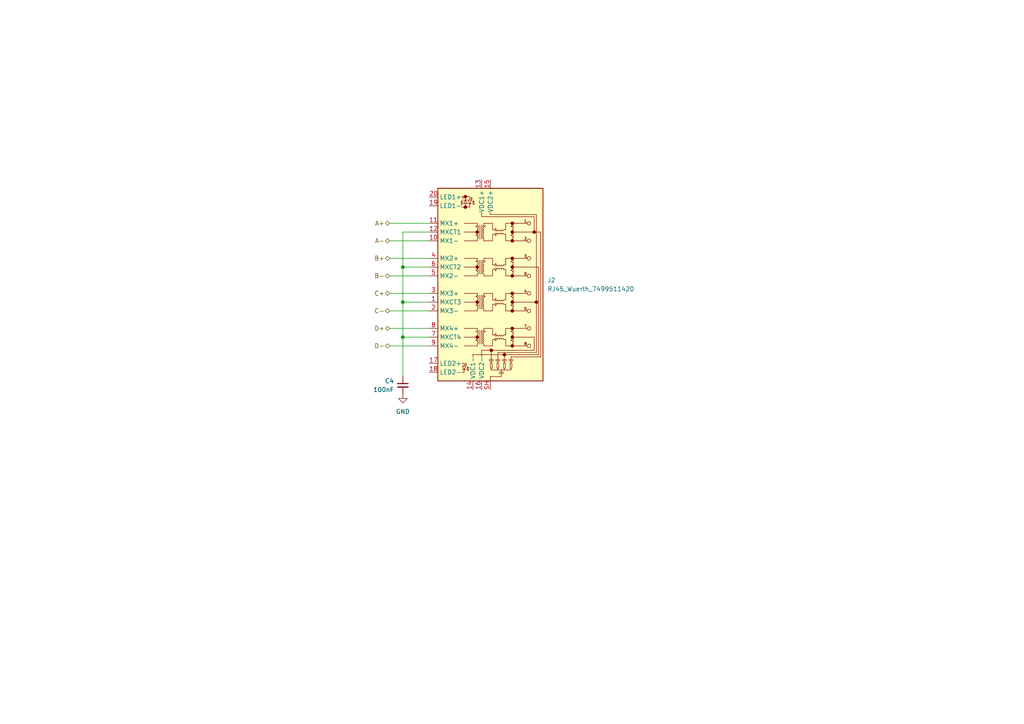
<source format=kicad_sch>
(kicad_sch
	(version 20250114)
	(generator "eeschema")
	(generator_version "9.0")
	(uuid "d43324ab-b4fa-4aad-9b16-76f1899e1be0")
	(paper "A4")
	(lib_symbols
		(symbol "Device:C_Small"
			(pin_numbers
				(hide yes)
			)
			(pin_names
				(offset 0.254)
				(hide yes)
			)
			(exclude_from_sim no)
			(in_bom yes)
			(on_board yes)
			(property "Reference" "C"
				(at 0.254 1.778 0)
				(effects
					(font
						(size 1.27 1.27)
					)
					(justify left)
				)
			)
			(property "Value" "C_Small"
				(at 0.254 -2.032 0)
				(effects
					(font
						(size 1.27 1.27)
					)
					(justify left)
				)
			)
			(property "Footprint" ""
				(at 0 0 0)
				(effects
					(font
						(size 1.27 1.27)
					)
					(hide yes)
				)
			)
			(property "Datasheet" "~"
				(at 0 0 0)
				(effects
					(font
						(size 1.27 1.27)
					)
					(hide yes)
				)
			)
			(property "Description" "Unpolarized capacitor, small symbol"
				(at 0 0 0)
				(effects
					(font
						(size 1.27 1.27)
					)
					(hide yes)
				)
			)
			(property "ki_keywords" "capacitor cap"
				(at 0 0 0)
				(effects
					(font
						(size 1.27 1.27)
					)
					(hide yes)
				)
			)
			(property "ki_fp_filters" "C_*"
				(at 0 0 0)
				(effects
					(font
						(size 1.27 1.27)
					)
					(hide yes)
				)
			)
			(symbol "C_Small_0_1"
				(polyline
					(pts
						(xy -1.524 0.508) (xy 1.524 0.508)
					)
					(stroke
						(width 0.3048)
						(type default)
					)
					(fill
						(type none)
					)
				)
				(polyline
					(pts
						(xy -1.524 -0.508) (xy 1.524 -0.508)
					)
					(stroke
						(width 0.3302)
						(type default)
					)
					(fill
						(type none)
					)
				)
			)
			(symbol "C_Small_1_1"
				(pin passive line
					(at 0 2.54 270)
					(length 2.032)
					(name "~"
						(effects
							(font
								(size 1.27 1.27)
							)
						)
					)
					(number "1"
						(effects
							(font
								(size 1.27 1.27)
							)
						)
					)
				)
				(pin passive line
					(at 0 -2.54 90)
					(length 2.032)
					(name "~"
						(effects
							(font
								(size 1.27 1.27)
							)
						)
					)
					(number "2"
						(effects
							(font
								(size 1.27 1.27)
							)
						)
					)
				)
			)
			(embedded_fonts no)
		)
		(symbol "Library:RJ45_Wuerth_7499511420"
			(exclude_from_sim no)
			(in_bom yes)
			(on_board yes)
			(property "Reference" "J"
				(at -15.24 29.21 0)
				(effects
					(font
						(size 1.27 1.27)
					)
					(justify left)
				)
			)
			(property "Value" "RJ45_Wuerth_7499511420"
				(at 14.732 29.21 0)
				(effects
					(font
						(size 1.27 1.27)
					)
				)
			)
			(property "Footprint" "Library:RJ45_Wuerth_7499511420"
				(at -0.127 -32.893 0)
				(effects
					(font
						(size 1.27 1.27)
					)
					(hide yes)
				)
			)
			(property "Datasheet" "https://www.we-online.com/components/products/datasheet/7499511420.pdf"
				(at 0 -35.56 0)
				(effects
					(font
						(size 1.27 1.27)
					)
					(hide yes)
				)
			)
			(property "Description" "WE-RJ45LAN"
				(at 0 0 0)
				(effects
					(font
						(size 1.27 1.27)
					)
					(hide yes)
				)
			)
			(property "ki_keywords" "8P8C RJ socket jack connector POE"
				(at 0 0 0)
				(effects
					(font
						(size 1.27 1.27)
					)
					(hide yes)
				)
			)
			(property "ki_fp_filters" "RJ45*Pulse*JK00177NL*"
				(at 0 0 0)
				(effects
					(font
						(size 1.27 1.27)
					)
					(hide yes)
				)
			)
			(symbol "RJ45_Wuerth_7499511420_0_0"
				(circle
					(center -7.239 25.527)
					(radius 0.0001)
					(stroke
						(width 0.508)
						(type default)
					)
					(fill
						(type none)
					)
				)
				(circle
					(center -7.239 22.479)
					(radius 0.0001)
					(stroke
						(width 0.508)
						(type default)
					)
					(fill
						(type none)
					)
				)
				(circle
					(center -3.81 15.24)
					(radius 0.0001)
					(stroke
						(width 0.508)
						(type default)
					)
					(fill
						(type none)
					)
				)
				(circle
					(center -3.81 5.08)
					(radius 0.0001)
					(stroke
						(width 0.508)
						(type default)
					)
					(fill
						(type none)
					)
				)
				(circle
					(center -3.81 -5.08)
					(radius 0.0001)
					(stroke
						(width 0.508)
						(type default)
					)
					(fill
						(type none)
					)
				)
				(circle
					(center -3.81 -15.24)
					(radius 0.0001)
					(stroke
						(width 0.508)
						(type default)
					)
					(fill
						(type none)
					)
				)
				(circle
					(center 0.254 -19.05)
					(radius 0.0001)
					(stroke
						(width 0.508)
						(type default)
					)
					(fill
						(type none)
					)
				)
				(circle
					(center 4.064 -20.32)
					(radius 0.0001)
					(stroke
						(width 0.508)
						(type default)
					)
					(fill
						(type none)
					)
				)
				(circle
					(center 6.35 17.78)
					(radius 0.0001)
					(stroke
						(width 0.508)
						(type default)
					)
					(fill
						(type none)
					)
				)
				(circle
					(center 6.35 15.24)
					(radius 0.0001)
					(stroke
						(width 0.508)
						(type default)
					)
					(fill
						(type none)
					)
				)
				(circle
					(center 6.35 12.7)
					(radius 0.0001)
					(stroke
						(width 0.508)
						(type default)
					)
					(fill
						(type none)
					)
				)
				(circle
					(center 6.35 7.62)
					(radius 0.0001)
					(stroke
						(width 0.508)
						(type default)
					)
					(fill
						(type none)
					)
				)
				(circle
					(center 6.35 5.08)
					(radius 0.0001)
					(stroke
						(width 0.508)
						(type default)
					)
					(fill
						(type none)
					)
				)
				(circle
					(center 6.35 2.54)
					(radius 0.0001)
					(stroke
						(width 0.508)
						(type default)
					)
					(fill
						(type none)
					)
				)
				(circle
					(center 6.35 -2.54)
					(radius 0.0001)
					(stroke
						(width 0.508)
						(type default)
					)
					(fill
						(type none)
					)
				)
				(circle
					(center 6.35 -5.08)
					(radius 0.0001)
					(stroke
						(width 0.508)
						(type default)
					)
					(fill
						(type none)
					)
				)
				(circle
					(center 6.35 -7.62)
					(radius 0.0001)
					(stroke
						(width 0.508)
						(type default)
					)
					(fill
						(type none)
					)
				)
				(circle
					(center 6.35 -12.7)
					(radius 0.0001)
					(stroke
						(width 0.508)
						(type default)
					)
					(fill
						(type none)
					)
				)
				(circle
					(center 6.35 -15.24)
					(radius 0.0001)
					(stroke
						(width 0.508)
						(type default)
					)
					(fill
						(type none)
					)
				)
				(circle
					(center 6.35 -17.78)
					(radius 0.0001)
					(stroke
						(width 0.508)
						(type default)
					)
					(fill
						(type none)
					)
				)
				(circle
					(center 12.7 15.24)
					(radius 0.0001)
					(stroke
						(width 0.508)
						(type default)
					)
					(fill
						(type none)
					)
				)
				(circle
					(center 13.335 -5.08)
					(radius 0.0001)
					(stroke
						(width 0.508)
						(type default)
					)
					(fill
						(type none)
					)
				)
				(text "Y"
					(at -8.001 25.019 0)
					(effects
						(font
							(size 0.508 0.508)
						)
					)
				)
				(text ""
					(at -7.874 24.892 900)
					(effects
						(font
							(size 1.27 1.27)
						)
					)
				)
				(text "G"
					(at -7.112 -23.114 0)
					(effects
						(font
							(size 0.508 0.508)
						)
					)
				)
				(text "G"
					(at -5.461 25.019 0)
					(effects
						(font
							(size 0.508 0.508)
						)
					)
				)
				(text "1"
					(at 10.16 18.415 0)
					(effects
						(font
							(size 0.762 0.762)
						)
					)
				)
				(text "2"
					(at 10.16 13.335 0)
					(effects
						(font
							(size 0.762 0.762)
						)
					)
				)
				(text "3"
					(at 10.16 8.255 0)
					(effects
						(font
							(size 0.762 0.762)
						)
					)
				)
				(text "6"
					(at 10.16 3.175 0)
					(effects
						(font
							(size 0.762 0.762)
						)
					)
				)
				(text "4"
					(at 10.16 -1.905 0)
					(effects
						(font
							(size 0.762 0.762)
						)
					)
				)
				(text "5"
					(at 10.16 -6.985 0)
					(effects
						(font
							(size 0.762 0.762)
						)
					)
				)
				(text "7"
					(at 10.16 -12.065 0)
					(effects
						(font
							(size 0.762 0.762)
						)
					)
				)
				(text "8"
					(at 10.16 -17.145 0)
					(effects
						(font
							(size 0.762 0.762)
						)
					)
				)
			)
			(symbol "RJ45_Wuerth_7499511420_0_1"
				(rectangle
					(start -15.24 27.94)
					(end 15.24 -27.94)
					(stroke
						(width 0.254)
						(type default)
					)
					(fill
						(type background)
					)
				)
				(polyline
					(pts
						(xy -7.62 17.78) (xy -3.81 17.78)
					)
					(stroke
						(width 0)
						(type default)
					)
					(fill
						(type none)
					)
				)
				(polyline
					(pts
						(xy -7.62 15.24) (xy -6.35 15.24)
					)
					(stroke
						(width 0)
						(type default)
					)
					(fill
						(type none)
					)
				)
				(polyline
					(pts
						(xy -7.62 12.7) (xy -3.81 12.7)
					)
					(stroke
						(width 0)
						(type default)
					)
					(fill
						(type none)
					)
				)
				(polyline
					(pts
						(xy -7.62 7.62) (xy -3.81 7.62)
					)
					(stroke
						(width 0)
						(type default)
					)
					(fill
						(type none)
					)
				)
				(polyline
					(pts
						(xy -7.62 5.08) (xy -6.35 5.08)
					)
					(stroke
						(width 0)
						(type default)
					)
					(fill
						(type none)
					)
				)
				(polyline
					(pts
						(xy -7.62 2.54) (xy -3.81 2.54)
					)
					(stroke
						(width 0)
						(type default)
					)
					(fill
						(type none)
					)
				)
				(polyline
					(pts
						(xy -7.62 -2.54) (xy -3.81 -2.54)
					)
					(stroke
						(width 0)
						(type default)
					)
					(fill
						(type none)
					)
				)
				(polyline
					(pts
						(xy -7.62 -5.08) (xy -6.35 -5.08)
					)
					(stroke
						(width 0)
						(type default)
					)
					(fill
						(type none)
					)
				)
				(polyline
					(pts
						(xy -7.62 -7.62) (xy -3.81 -7.62)
					)
					(stroke
						(width 0)
						(type default)
					)
					(fill
						(type none)
					)
				)
				(polyline
					(pts
						(xy -7.62 -12.7) (xy -3.81 -12.7)
					)
					(stroke
						(width 0)
						(type default)
					)
					(fill
						(type none)
					)
				)
				(polyline
					(pts
						(xy -7.62 -15.24) (xy -6.35 -15.24)
					)
					(stroke
						(width 0)
						(type default)
					)
					(fill
						(type none)
					)
				)
				(polyline
					(pts
						(xy -7.62 -17.78) (xy -3.81 -17.78)
					)
					(stroke
						(width 0)
						(type default)
					)
					(fill
						(type none)
					)
				)
				(polyline
					(pts
						(xy -6.35 15.24) (xy -3.81 15.24)
					)
					(stroke
						(width 0)
						(type default)
					)
					(fill
						(type none)
					)
				)
				(polyline
					(pts
						(xy -6.35 5.08) (xy -3.81 5.08)
					)
					(stroke
						(width 0)
						(type default)
					)
					(fill
						(type none)
					)
				)
				(polyline
					(pts
						(xy -6.35 -5.08) (xy -3.81 -5.08)
					)
					(stroke
						(width 0)
						(type default)
					)
					(fill
						(type none)
					)
				)
				(polyline
					(pts
						(xy -6.35 -15.24) (xy -3.81 -15.24)
					)
					(stroke
						(width 0)
						(type default)
					)
					(fill
						(type none)
					)
				)
				(circle
					(center -4.064 16.891)
					(radius 0.127)
					(stroke
						(width 0)
						(type default)
					)
					(fill
						(type outline)
					)
				)
				(circle
					(center -4.064 14.351)
					(radius 0.127)
					(stroke
						(width 0)
						(type default)
					)
					(fill
						(type outline)
					)
				)
				(circle
					(center -4.064 6.731)
					(radius 0.127)
					(stroke
						(width 0)
						(type default)
					)
					(fill
						(type outline)
					)
				)
				(circle
					(center -4.064 4.191)
					(radius 0.127)
					(stroke
						(width 0)
						(type default)
					)
					(fill
						(type outline)
					)
				)
				(circle
					(center -4.064 -3.429)
					(radius 0.127)
					(stroke
						(width 0)
						(type default)
					)
					(fill
						(type outline)
					)
				)
				(circle
					(center -4.064 -5.969)
					(radius 0.127)
					(stroke
						(width 0)
						(type default)
					)
					(fill
						(type outline)
					)
				)
				(circle
					(center -4.064 -13.589)
					(radius 0.127)
					(stroke
						(width 0)
						(type default)
					)
					(fill
						(type outline)
					)
				)
				(circle
					(center -4.064 -16.129)
					(radius 0.127)
					(stroke
						(width 0)
						(type default)
					)
					(fill
						(type outline)
					)
				)
				(arc
					(start -3.81 17.145)
					(mid -3.5049 16.8275)
					(end -3.81 16.51)
					(stroke
						(width 0)
						(type default)
					)
					(fill
						(type none)
					)
				)
				(arc
					(start -3.81 16.51)
					(mid -3.5049 16.1925)
					(end -3.81 15.875)
					(stroke
						(width 0)
						(type default)
					)
					(fill
						(type none)
					)
				)
				(arc
					(start -3.81 14.605)
					(mid -3.5049 14.2875)
					(end -3.81 13.97)
					(stroke
						(width 0)
						(type default)
					)
					(fill
						(type none)
					)
				)
				(arc
					(start -3.81 13.97)
					(mid -3.5049 13.6525)
					(end -3.81 13.335)
					(stroke
						(width 0)
						(type default)
					)
					(fill
						(type none)
					)
				)
				(arc
					(start -3.81 6.985)
					(mid -3.5049 6.6675)
					(end -3.81 6.35)
					(stroke
						(width 0)
						(type default)
					)
					(fill
						(type none)
					)
				)
				(arc
					(start -3.81 6.35)
					(mid -3.5049 6.0325)
					(end -3.81 5.715)
					(stroke
						(width 0)
						(type default)
					)
					(fill
						(type none)
					)
				)
				(arc
					(start -3.81 4.445)
					(mid -3.5049 4.1275)
					(end -3.81 3.81)
					(stroke
						(width 0)
						(type default)
					)
					(fill
						(type none)
					)
				)
				(arc
					(start -3.81 3.81)
					(mid -3.5049 3.4925)
					(end -3.81 3.175)
					(stroke
						(width 0)
						(type default)
					)
					(fill
						(type none)
					)
				)
				(arc
					(start -3.81 -3.175)
					(mid -3.5049 -3.4925)
					(end -3.81 -3.81)
					(stroke
						(width 0)
						(type default)
					)
					(fill
						(type none)
					)
				)
				(arc
					(start -3.81 -3.81)
					(mid -3.5049 -4.1275)
					(end -3.81 -4.445)
					(stroke
						(width 0)
						(type default)
					)
					(fill
						(type none)
					)
				)
				(arc
					(start -3.81 -5.715)
					(mid -3.5049 -6.0325)
					(end -3.81 -6.35)
					(stroke
						(width 0)
						(type default)
					)
					(fill
						(type none)
					)
				)
				(arc
					(start -3.81 -6.35)
					(mid -3.5049 -6.6675)
					(end -3.81 -6.985)
					(stroke
						(width 0)
						(type default)
					)
					(fill
						(type none)
					)
				)
				(arc
					(start -3.81 -13.335)
					(mid -3.5049 -13.6525)
					(end -3.81 -13.97)
					(stroke
						(width 0)
						(type default)
					)
					(fill
						(type none)
					)
				)
				(arc
					(start -3.81 -13.97)
					(mid -3.5049 -14.2875)
					(end -3.81 -14.605)
					(stroke
						(width 0)
						(type default)
					)
					(fill
						(type none)
					)
				)
				(arc
					(start -3.81 -15.875)
					(mid -3.5049 -16.1925)
					(end -3.81 -16.51)
					(stroke
						(width 0)
						(type default)
					)
					(fill
						(type none)
					)
				)
				(arc
					(start -3.81 -16.51)
					(mid -3.5049 -16.8275)
					(end -3.81 -17.145)
					(stroke
						(width 0)
						(type default)
					)
					(fill
						(type none)
					)
				)
				(polyline
					(pts
						(xy -3.81 17.78) (xy -3.81 17.145)
					)
					(stroke
						(width 0)
						(type default)
					)
					(fill
						(type none)
					)
				)
				(polyline
					(pts
						(xy -3.81 15.24) (xy -3.81 15.875)
					)
					(stroke
						(width 0)
						(type default)
					)
					(fill
						(type none)
					)
				)
				(polyline
					(pts
						(xy -3.81 15.24) (xy -3.81 14.605)
					)
					(stroke
						(width 0)
						(type default)
					)
					(fill
						(type none)
					)
				)
				(polyline
					(pts
						(xy -3.81 12.7) (xy -3.81 13.335)
					)
					(stroke
						(width 0)
						(type default)
					)
					(fill
						(type none)
					)
				)
				(polyline
					(pts
						(xy -3.81 7.62) (xy -3.81 6.985)
					)
					(stroke
						(width 0)
						(type default)
					)
					(fill
						(type none)
					)
				)
				(polyline
					(pts
						(xy -3.81 5.08) (xy -3.81 5.715)
					)
					(stroke
						(width 0)
						(type default)
					)
					(fill
						(type none)
					)
				)
				(polyline
					(pts
						(xy -3.81 5.08) (xy -3.81 4.445)
					)
					(stroke
						(width 0)
						(type default)
					)
					(fill
						(type none)
					)
				)
				(polyline
					(pts
						(xy -3.81 2.54) (xy -3.81 3.175)
					)
					(stroke
						(width 0)
						(type default)
					)
					(fill
						(type none)
					)
				)
				(polyline
					(pts
						(xy -3.81 -2.54) (xy -3.81 -3.175)
					)
					(stroke
						(width 0)
						(type default)
					)
					(fill
						(type none)
					)
				)
				(polyline
					(pts
						(xy -3.81 -5.08) (xy -3.81 -4.445)
					)
					(stroke
						(width 0)
						(type default)
					)
					(fill
						(type none)
					)
				)
				(polyline
					(pts
						(xy -3.81 -5.08) (xy -3.81 -5.715)
					)
					(stroke
						(width 0)
						(type default)
					)
					(fill
						(type none)
					)
				)
				(polyline
					(pts
						(xy -3.81 -7.62) (xy -3.81 -6.985)
					)
					(stroke
						(width 0)
						(type default)
					)
					(fill
						(type none)
					)
				)
				(polyline
					(pts
						(xy -3.81 -12.7) (xy -3.81 -13.335)
					)
					(stroke
						(width 0)
						(type default)
					)
					(fill
						(type none)
					)
				)
				(polyline
					(pts
						(xy -3.81 -15.24) (xy -3.81 -14.605)
					)
					(stroke
						(width 0)
						(type default)
					)
					(fill
						(type none)
					)
				)
				(polyline
					(pts
						(xy -3.81 -15.24) (xy -3.81 -15.875)
					)
					(stroke
						(width 0)
						(type default)
					)
					(fill
						(type none)
					)
				)
				(polyline
					(pts
						(xy -3.81 -17.78) (xy -3.81 -17.145)
					)
					(stroke
						(width 0)
						(type default)
					)
					(fill
						(type none)
					)
				)
				(polyline
					(pts
						(xy -3.048 13.208) (xy -3.048 17.272)
					)
					(stroke
						(width 0)
						(type default)
					)
					(fill
						(type none)
					)
				)
				(polyline
					(pts
						(xy -3.048 3.048) (xy -3.048 7.112)
					)
					(stroke
						(width 0)
						(type default)
					)
					(fill
						(type none)
					)
				)
				(polyline
					(pts
						(xy -3.048 -7.112) (xy -3.048 -3.048)
					)
					(stroke
						(width 0)
						(type default)
					)
					(fill
						(type none)
					)
				)
				(polyline
					(pts
						(xy -3.048 -17.272) (xy -3.048 -13.208)
					)
					(stroke
						(width 0)
						(type default)
					)
					(fill
						(type none)
					)
				)
				(polyline
					(pts
						(xy -2.54 20.955) (xy -2.54 19.685) (xy 12.7 19.685) (xy 12.7 15.24)
					)
					(stroke
						(width 0.1524)
						(type default)
					)
					(fill
						(type none)
					)
				)
				(polyline
					(pts
						(xy -2.54 13.208) (xy -2.54 17.272)
					)
					(stroke
						(width 0)
						(type default)
					)
					(fill
						(type none)
					)
				)
				(polyline
					(pts
						(xy -2.54 3.048) (xy -2.54 7.112)
					)
					(stroke
						(width 0)
						(type default)
					)
					(fill
						(type none)
					)
				)
				(polyline
					(pts
						(xy -2.54 -7.112) (xy -2.54 -3.048)
					)
					(stroke
						(width 0)
						(type default)
					)
					(fill
						(type none)
					)
				)
				(polyline
					(pts
						(xy -2.54 -17.272) (xy -2.54 -13.208)
					)
					(stroke
						(width 0)
						(type default)
					)
					(fill
						(type none)
					)
				)
				(polyline
					(pts
						(xy -2.54 -20.955) (xy -2.54 -19.05) (xy 0.254 -19.05)
					)
					(stroke
						(width 0.1524)
						(type default)
					)
					(fill
						(type none)
					)
				)
				(polyline
					(pts
						(xy -1.905 17.145) (xy -1.905 17.78) (xy 0 17.78)
					)
					(stroke
						(width 0)
						(type default)
					)
					(fill
						(type none)
					)
				)
				(polyline
					(pts
						(xy -1.905 13.335) (xy -1.905 12.7) (xy 0 12.7)
					)
					(stroke
						(width 0)
						(type default)
					)
					(fill
						(type none)
					)
				)
				(polyline
					(pts
						(xy -1.905 6.985) (xy -1.905 7.62) (xy 0 7.62)
					)
					(stroke
						(width 0)
						(type default)
					)
					(fill
						(type none)
					)
				)
				(polyline
					(pts
						(xy -1.905 3.175) (xy -1.905 2.54) (xy 0 2.54)
					)
					(stroke
						(width 0)
						(type default)
					)
					(fill
						(type none)
					)
				)
				(polyline
					(pts
						(xy -1.905 -3.175) (xy -1.905 -2.54) (xy 0 -2.54)
					)
					(stroke
						(width 0)
						(type default)
					)
					(fill
						(type none)
					)
				)
				(polyline
					(pts
						(xy -1.905 -6.985) (xy -1.905 -7.62) (xy 0 -7.62)
					)
					(stroke
						(width 0)
						(type default)
					)
					(fill
						(type none)
					)
				)
				(polyline
					(pts
						(xy -1.905 -13.335) (xy -1.905 -12.7) (xy 0 -12.7)
					)
					(stroke
						(width 0)
						(type default)
					)
					(fill
						(type none)
					)
				)
				(polyline
					(pts
						(xy -1.905 -17.145) (xy -1.905 -17.78) (xy 0 -17.78)
					)
					(stroke
						(width 0)
						(type default)
					)
					(fill
						(type none)
					)
				)
				(arc
					(start -1.905 16.51)
					(mid -2.2101 16.8275)
					(end -1.905 17.145)
					(stroke
						(width 0)
						(type default)
					)
					(fill
						(type none)
					)
				)
				(arc
					(start -1.905 15.875)
					(mid -2.2101 16.1925)
					(end -1.905 16.51)
					(stroke
						(width 0)
						(type default)
					)
					(fill
						(type none)
					)
				)
				(arc
					(start -1.905 15.24)
					(mid -2.2101 15.5575)
					(end -1.905 15.875)
					(stroke
						(width 0)
						(type default)
					)
					(fill
						(type none)
					)
				)
				(arc
					(start -1.905 14.605)
					(mid -2.2101 14.9225)
					(end -1.905 15.24)
					(stroke
						(width 0)
						(type default)
					)
					(fill
						(type none)
					)
				)
				(arc
					(start -1.905 13.97)
					(mid -2.2101 14.2875)
					(end -1.905 14.605)
					(stroke
						(width 0)
						(type default)
					)
					(fill
						(type none)
					)
				)
				(arc
					(start -1.905 13.335)
					(mid -2.2101 13.6525)
					(end -1.905 13.97)
					(stroke
						(width 0)
						(type default)
					)
					(fill
						(type none)
					)
				)
				(arc
					(start -1.905 6.35)
					(mid -2.2101 6.6675)
					(end -1.905 6.985)
					(stroke
						(width 0)
						(type default)
					)
					(fill
						(type none)
					)
				)
				(arc
					(start -1.905 5.715)
					(mid -2.2101 6.0325)
					(end -1.905 6.35)
					(stroke
						(width 0)
						(type default)
					)
					(fill
						(type none)
					)
				)
				(arc
					(start -1.905 5.08)
					(mid -2.2101 5.3975)
					(end -1.905 5.715)
					(stroke
						(width 0)
						(type default)
					)
					(fill
						(type none)
					)
				)
				(arc
					(start -1.905 4.445)
					(mid -2.2101 4.7625)
					(end -1.905 5.08)
					(stroke
						(width 0)
						(type default)
					)
					(fill
						(type none)
					)
				)
				(arc
					(start -1.905 3.81)
					(mid -2.2101 4.1275)
					(end -1.905 4.445)
					(stroke
						(width 0)
						(type default)
					)
					(fill
						(type none)
					)
				)
				(arc
					(start -1.905 3.175)
					(mid -2.2101 3.4925)
					(end -1.905 3.81)
					(stroke
						(width 0)
						(type default)
					)
					(fill
						(type none)
					)
				)
				(arc
					(start -1.905 -3.81)
					(mid -2.2101 -3.4925)
					(end -1.905 -3.175)
					(stroke
						(width 0)
						(type default)
					)
					(fill
						(type none)
					)
				)
				(arc
					(start -1.905 -4.445)
					(mid -2.2101 -4.1275)
					(end -1.905 -3.81)
					(stroke
						(width 0)
						(type default)
					)
					(fill
						(type none)
					)
				)
				(arc
					(start -1.905 -5.08)
					(mid -2.2101 -4.7625)
					(end -1.905 -4.445)
					(stroke
						(width 0)
						(type default)
					)
					(fill
						(type none)
					)
				)
				(arc
					(start -1.905 -5.715)
					(mid -2.2101 -5.3975)
					(end -1.905 -5.08)
					(stroke
						(width 0)
						(type default)
					)
					(fill
						(type none)
					)
				)
				(arc
					(start -1.905 -6.35)
					(mid -2.2101 -6.0325)
					(end -1.905 -5.715)
					(stroke
						(width 0)
						(type default)
					)
					(fill
						(type none)
					)
				)
				(arc
					(start -1.905 -6.985)
					(mid -2.2101 -6.6675)
					(end -1.905 -6.35)
					(stroke
						(width 0)
						(type default)
					)
					(fill
						(type none)
					)
				)
				(arc
					(start -1.905 -13.97)
					(mid -2.2101 -13.6525)
					(end -1.905 -13.335)
					(stroke
						(width 0)
						(type default)
					)
					(fill
						(type none)
					)
				)
				(arc
					(start -1.905 -14.605)
					(mid -2.2101 -14.2875)
					(end -1.905 -13.97)
					(stroke
						(width 0)
						(type default)
					)
					(fill
						(type none)
					)
				)
				(arc
					(start -1.905 -15.24)
					(mid -2.2101 -14.9225)
					(end -1.905 -14.605)
					(stroke
						(width 0)
						(type default)
					)
					(fill
						(type none)
					)
				)
				(arc
					(start -1.905 -15.875)
					(mid -2.2101 -15.5575)
					(end -1.905 -15.24)
					(stroke
						(width 0)
						(type default)
					)
					(fill
						(type none)
					)
				)
				(arc
					(start -1.905 -16.51)
					(mid -2.2101 -16.1925)
					(end -1.905 -15.875)
					(stroke
						(width 0)
						(type default)
					)
					(fill
						(type none)
					)
				)
				(arc
					(start -1.905 -17.145)
					(mid -2.2101 -16.8275)
					(end -1.905 -16.51)
					(stroke
						(width 0)
						(type default)
					)
					(fill
						(type none)
					)
				)
				(circle
					(center -1.651 16.891)
					(radius 0.127)
					(stroke
						(width 0)
						(type default)
					)
					(fill
						(type outline)
					)
				)
				(circle
					(center -1.651 6.731)
					(radius 0.127)
					(stroke
						(width 0)
						(type default)
					)
					(fill
						(type outline)
					)
				)
				(circle
					(center -1.651 -3.429)
					(radius 0.127)
					(stroke
						(width 0)
						(type default)
					)
					(fill
						(type outline)
					)
				)
				(circle
					(center -1.651 -13.589)
					(radius 0.127)
					(stroke
						(width 0)
						(type default)
					)
					(fill
						(type outline)
					)
				)
				(polyline
					(pts
						(xy -0.381 -21.717) (xy 0.889 -21.717)
					)
					(stroke
						(width 0.1524)
						(type default)
					)
					(fill
						(type none)
					)
				)
				(polyline
					(pts
						(xy -0.381 -22.098) (xy 0.889 -22.098)
					)
					(stroke
						(width 0.1524)
						(type default)
					)
					(fill
						(type none)
					)
				)
				(polyline
					(pts
						(xy 0 17.78) (xy 0.635 17.78) (xy 0.635 15.875)
					)
					(stroke
						(width 0)
						(type default)
					)
					(fill
						(type none)
					)
				)
				(polyline
					(pts
						(xy 0 12.7) (xy 0.635 12.7) (xy 0.635 14.605) (xy 1.27 14.605)
					)
					(stroke
						(width 0)
						(type default)
					)
					(fill
						(type none)
					)
				)
				(polyline
					(pts
						(xy 0 7.62) (xy 0.635 7.62) (xy 0.635 5.715)
					)
					(stroke
						(width 0)
						(type default)
					)
					(fill
						(type none)
					)
				)
				(polyline
					(pts
						(xy 0 2.54) (xy 0.635 2.54) (xy 0.635 4.445) (xy 1.27 4.445)
					)
					(stroke
						(width 0)
						(type default)
					)
					(fill
						(type none)
					)
				)
				(polyline
					(pts
						(xy 0 -2.54) (xy 0.635 -2.54) (xy 0.635 -4.445)
					)
					(stroke
						(width 0)
						(type default)
					)
					(fill
						(type none)
					)
				)
				(polyline
					(pts
						(xy 0 -7.62) (xy 0.635 -7.62) (xy 0.635 -5.715) (xy 1.27 -5.715)
					)
					(stroke
						(width 0)
						(type default)
					)
					(fill
						(type none)
					)
				)
				(polyline
					(pts
						(xy 0 -12.7) (xy 0.635 -12.7) (xy 0.635 -14.605)
					)
					(stroke
						(width 0)
						(type default)
					)
					(fill
						(type none)
					)
				)
				(polyline
					(pts
						(xy 0 -17.78) (xy 0.635 -17.78) (xy 0.635 -15.875) (xy 1.27 -15.875)
					)
					(stroke
						(width 0)
						(type default)
					)
					(fill
						(type none)
					)
				)
				(rectangle
					(start 0 -22.733)
					(end 0.508 -24.257)
					(stroke
						(width 0.1524)
						(type default)
					)
					(fill
						(type none)
					)
				)
				(polyline
					(pts
						(xy 0 -26.67) (xy 3.175 -26.67) (xy 3.175 -25.781)
					)
					(stroke
						(width 0.1524)
						(type default)
					)
					(fill
						(type none)
					)
				)
				(polyline
					(pts
						(xy 0 -27.94) (xy 0 -26.67)
					)
					(stroke
						(width 0.1524)
						(type default)
					)
					(fill
						(type none)
					)
				)
				(polyline
					(pts
						(xy 0.254 -19.05) (xy 12.7 -19.05)
					)
					(stroke
						(width 0)
						(type default)
					)
					(fill
						(type none)
					)
				)
				(polyline
					(pts
						(xy 0.254 -21.717) (xy 0.254 -19.05)
					)
					(stroke
						(width 0.1524)
						(type default)
					)
					(fill
						(type none)
					)
				)
				(rectangle
					(start 0.254 -22.733)
					(end 0.254 -22.098)
					(stroke
						(width 0.1524)
						(type default)
					)
					(fill
						(type none)
					)
				)
				(polyline
					(pts
						(xy 0.254 -24.257) (xy 0.254 -24.765) (xy 5.969 -24.765) (xy 5.969 -24.257)
					)
					(stroke
						(width 0.1524)
						(type default)
					)
					(fill
						(type none)
					)
				)
				(polyline
					(pts
						(xy 0.635 15.875) (xy 1.27 15.875)
					)
					(stroke
						(width 0)
						(type default)
					)
					(fill
						(type none)
					)
				)
				(polyline
					(pts
						(xy 0.635 5.715) (xy 1.27 5.715)
					)
					(stroke
						(width 0)
						(type default)
					)
					(fill
						(type none)
					)
				)
				(polyline
					(pts
						(xy 0.635 -4.445) (xy 1.27 -4.445)
					)
					(stroke
						(width 0)
						(type default)
					)
					(fill
						(type none)
					)
				)
				(polyline
					(pts
						(xy 0.635 -14.605) (xy 1.27 -14.605)
					)
					(stroke
						(width 0)
						(type default)
					)
					(fill
						(type none)
					)
				)
				(circle
					(center 1.524 16.129)
					(radius 0.127)
					(stroke
						(width 0)
						(type default)
					)
					(fill
						(type outline)
					)
				)
				(circle
					(center 1.524 14.351)
					(radius 0.127)
					(stroke
						(width 0)
						(type default)
					)
					(fill
						(type outline)
					)
				)
				(circle
					(center 1.524 5.969)
					(radius 0.127)
					(stroke
						(width 0)
						(type default)
					)
					(fill
						(type outline)
					)
				)
				(circle
					(center 1.524 4.191)
					(radius 0.127)
					(stroke
						(width 0)
						(type default)
					)
					(fill
						(type outline)
					)
				)
				(circle
					(center 1.524 -4.191)
					(radius 0.127)
					(stroke
						(width 0)
						(type default)
					)
					(fill
						(type outline)
					)
				)
				(circle
					(center 1.524 -5.969)
					(radius 0.127)
					(stroke
						(width 0)
						(type default)
					)
					(fill
						(type outline)
					)
				)
				(circle
					(center 1.524 -14.351)
					(radius 0.127)
					(stroke
						(width 0)
						(type default)
					)
					(fill
						(type outline)
					)
				)
				(circle
					(center 1.524 -16.129)
					(radius 0.127)
					(stroke
						(width 0)
						(type default)
					)
					(fill
						(type outline)
					)
				)
				(polyline
					(pts
						(xy 1.524 -21.717) (xy 2.794 -21.717)
					)
					(stroke
						(width 0.1524)
						(type default)
					)
					(fill
						(type none)
					)
				)
				(polyline
					(pts
						(xy 1.524 -22.098) (xy 2.794 -22.098)
					)
					(stroke
						(width 0.1524)
						(type default)
					)
					(fill
						(type none)
					)
				)
				(arc
					(start 1.905 15.875)
					(mid 1.5875 15.5699)
					(end 1.27 15.875)
					(stroke
						(width 0)
						(type default)
					)
					(fill
						(type none)
					)
				)
				(arc
					(start 1.27 14.605)
					(mid 1.5875 14.9101)
					(end 1.905 14.605)
					(stroke
						(width 0)
						(type default)
					)
					(fill
						(type none)
					)
				)
				(arc
					(start 1.905 5.715)
					(mid 1.5875 5.4099)
					(end 1.27 5.715)
					(stroke
						(width 0)
						(type default)
					)
					(fill
						(type none)
					)
				)
				(arc
					(start 1.27 4.445)
					(mid 1.5875 4.7501)
					(end 1.905 4.445)
					(stroke
						(width 0)
						(type default)
					)
					(fill
						(type none)
					)
				)
				(arc
					(start 1.905 -4.445)
					(mid 1.5875 -4.7501)
					(end 1.27 -4.445)
					(stroke
						(width 0)
						(type default)
					)
					(fill
						(type none)
					)
				)
				(arc
					(start 1.27 -5.715)
					(mid 1.5875 -5.4099)
					(end 1.905 -5.715)
					(stroke
						(width 0)
						(type default)
					)
					(fill
						(type none)
					)
				)
				(arc
					(start 1.905 -14.605)
					(mid 1.5875 -14.9101)
					(end 1.27 -14.605)
					(stroke
						(width 0)
						(type default)
					)
					(fill
						(type none)
					)
				)
				(arc
					(start 1.27 -15.875)
					(mid 1.5875 -15.5699)
					(end 1.905 -15.875)
					(stroke
						(width 0)
						(type default)
					)
					(fill
						(type none)
					)
				)
				(rectangle
					(start 1.905 -22.733)
					(end 2.413 -24.257)
					(stroke
						(width 0.1524)
						(type default)
					)
					(fill
						(type none)
					)
				)
				(polyline
					(pts
						(xy 2.159 -21.717) (xy 2.159 -19.685)
					)
					(stroke
						(width 0.1524)
						(type default)
					)
					(fill
						(type none)
					)
				)
				(rectangle
					(start 2.159 -22.733)
					(end 2.159 -22.098)
					(stroke
						(width 0.1524)
						(type default)
					)
					(fill
						(type none)
					)
				)
				(polyline
					(pts
						(xy 2.159 -24.257) (xy 2.159 -24.765)
					)
					(stroke
						(width 0.1524)
						(type default)
					)
					(fill
						(type none)
					)
				)
				(arc
					(start 2.54 15.875)
					(mid 2.2225 15.5699)
					(end 1.905 15.875)
					(stroke
						(width 0)
						(type default)
					)
					(fill
						(type none)
					)
				)
				(arc
					(start 1.905 14.605)
					(mid 2.2225 14.9101)
					(end 2.54 14.605)
					(stroke
						(width 0)
						(type default)
					)
					(fill
						(type none)
					)
				)
				(arc
					(start 2.54 5.715)
					(mid 2.2225 5.4099)
					(end 1.905 5.715)
					(stroke
						(width 0)
						(type default)
					)
					(fill
						(type none)
					)
				)
				(arc
					(start 1.905 4.445)
					(mid 2.2225 4.7501)
					(end 2.54 4.445)
					(stroke
						(width 0)
						(type default)
					)
					(fill
						(type none)
					)
				)
				(arc
					(start 2.54 -4.445)
					(mid 2.2225 -4.7501)
					(end 1.905 -4.445)
					(stroke
						(width 0)
						(type default)
					)
					(fill
						(type none)
					)
				)
				(arc
					(start 1.905 -5.715)
					(mid 2.2225 -5.4099)
					(end 2.54 -5.715)
					(stroke
						(width 0)
						(type default)
					)
					(fill
						(type none)
					)
				)
				(arc
					(start 2.54 -14.605)
					(mid 2.2225 -14.9101)
					(end 1.905 -14.605)
					(stroke
						(width 0)
						(type default)
					)
					(fill
						(type none)
					)
				)
				(arc
					(start 1.905 -15.875)
					(mid 2.2225 -15.5699)
					(end 2.54 -15.875)
					(stroke
						(width 0)
						(type default)
					)
					(fill
						(type none)
					)
				)
				(arc
					(start 3.175 15.875)
					(mid 2.8575 15.5699)
					(end 2.54 15.875)
					(stroke
						(width 0)
						(type default)
					)
					(fill
						(type none)
					)
				)
				(arc
					(start 2.54 14.605)
					(mid 2.8575 14.9101)
					(end 3.175 14.605)
					(stroke
						(width 0)
						(type default)
					)
					(fill
						(type none)
					)
				)
				(arc
					(start 3.175 5.715)
					(mid 2.8575 5.4099)
					(end 2.54 5.715)
					(stroke
						(width 0)
						(type default)
					)
					(fill
						(type none)
					)
				)
				(arc
					(start 2.54 4.445)
					(mid 2.8575 4.7501)
					(end 3.175 4.445)
					(stroke
						(width 0)
						(type default)
					)
					(fill
						(type none)
					)
				)
				(arc
					(start 3.175 -4.445)
					(mid 2.8575 -4.7501)
					(end 2.54 -4.445)
					(stroke
						(width 0)
						(type default)
					)
					(fill
						(type none)
					)
				)
				(arc
					(start 2.54 -5.715)
					(mid 2.8575 -5.4099)
					(end 3.175 -5.715)
					(stroke
						(width 0)
						(type default)
					)
					(fill
						(type none)
					)
				)
				(arc
					(start 3.175 -14.605)
					(mid 2.8575 -14.9101)
					(end 2.54 -14.605)
					(stroke
						(width 0)
						(type default)
					)
					(fill
						(type none)
					)
				)
				(arc
					(start 2.54 -15.875)
					(mid 2.8575 -15.5699)
					(end 3.175 -15.875)
					(stroke
						(width 0)
						(type default)
					)
					(fill
						(type none)
					)
				)
				(rectangle
					(start 3.175 -24.765)
					(end 3.175 -25.4)
					(stroke
						(width 0.1524)
						(type default)
					)
					(fill
						(type none)
					)
				)
				(polyline
					(pts
						(xy 3.429 -21.717) (xy 4.699 -21.717)
					)
					(stroke
						(width 0.1524)
						(type default)
					)
					(fill
						(type none)
					)
				)
				(polyline
					(pts
						(xy 3.429 -22.098) (xy 4.699 -22.098)
					)
					(stroke
						(width 0.1524)
						(type default)
					)
					(fill
						(type none)
					)
				)
				(arc
					(start 3.81 15.875)
					(mid 3.4925 15.5699)
					(end 3.175 15.875)
					(stroke
						(width 0)
						(type default)
					)
					(fill
						(type none)
					)
				)
				(arc
					(start 3.175 14.605)
					(mid 3.4925 14.9101)
					(end 3.81 14.605)
					(stroke
						(width 0)
						(type default)
					)
					(fill
						(type none)
					)
				)
				(arc
					(start 3.81 5.715)
					(mid 3.4925 5.4099)
					(end 3.175 5.715)
					(stroke
						(width 0)
						(type default)
					)
					(fill
						(type none)
					)
				)
				(arc
					(start 3.175 4.445)
					(mid 3.4925 4.7501)
					(end 3.81 4.445)
					(stroke
						(width 0)
						(type default)
					)
					(fill
						(type none)
					)
				)
				(arc
					(start 3.81 -4.445)
					(mid 3.4925 -4.7501)
					(end 3.175 -4.445)
					(stroke
						(width 0)
						(type default)
					)
					(fill
						(type none)
					)
				)
				(arc
					(start 3.175 -5.715)
					(mid 3.4925 -5.4099)
					(end 3.81 -5.715)
					(stroke
						(width 0)
						(type default)
					)
					(fill
						(type none)
					)
				)
				(arc
					(start 3.81 -14.605)
					(mid 3.4925 -14.9101)
					(end 3.175 -14.605)
					(stroke
						(width 0)
						(type default)
					)
					(fill
						(type none)
					)
				)
				(arc
					(start 3.175 -15.875)
					(mid 3.4925 -15.5699)
					(end 3.81 -15.875)
					(stroke
						(width 0)
						(type default)
					)
					(fill
						(type none)
					)
				)
				(polyline
					(pts
						(xy 3.81 15.875) (xy 4.445 15.875) (xy 4.445 17.78)
					)
					(stroke
						(width 0)
						(type default)
					)
					(fill
						(type none)
					)
				)
				(polyline
					(pts
						(xy 3.81 14.605) (xy 4.445 14.605) (xy 4.445 12.7)
					)
					(stroke
						(width 0)
						(type default)
					)
					(fill
						(type none)
					)
				)
				(polyline
					(pts
						(xy 3.81 5.715) (xy 4.445 5.715) (xy 4.445 7.62)
					)
					(stroke
						(width 0)
						(type default)
					)
					(fill
						(type none)
					)
				)
				(polyline
					(pts
						(xy 3.81 4.445) (xy 4.445 4.445) (xy 4.445 2.54)
					)
					(stroke
						(width 0)
						(type default)
					)
					(fill
						(type none)
					)
				)
				(polyline
					(pts
						(xy 3.81 -4.445) (xy 4.445 -4.445) (xy 4.445 -2.54)
					)
					(stroke
						(width 0)
						(type default)
					)
					(fill
						(type none)
					)
				)
				(polyline
					(pts
						(xy 3.81 -5.715) (xy 4.445 -5.715) (xy 4.445 -7.62)
					)
					(stroke
						(width 0)
						(type default)
					)
					(fill
						(type none)
					)
				)
				(polyline
					(pts
						(xy 3.81 -14.605) (xy 4.445 -14.605) (xy 4.445 -12.7)
					)
					(stroke
						(width 0)
						(type default)
					)
					(fill
						(type none)
					)
				)
				(polyline
					(pts
						(xy 3.81 -15.875) (xy 4.445 -15.875) (xy 4.445 -17.78)
					)
					(stroke
						(width 0)
						(type default)
					)
					(fill
						(type none)
					)
				)
				(rectangle
					(start 3.81 -22.733)
					(end 4.318 -24.257)
					(stroke
						(width 0.1524)
						(type default)
					)
					(fill
						(type none)
					)
				)
				(polyline
					(pts
						(xy 3.81 -25.4) (xy 2.54 -25.4)
					)
					(stroke
						(width 0.1524)
						(type default)
					)
					(fill
						(type none)
					)
				)
				(polyline
					(pts
						(xy 3.81 -25.781) (xy 2.54 -25.781)
					)
					(stroke
						(width 0.1524)
						(type default)
					)
					(fill
						(type none)
					)
				)
				(polyline
					(pts
						(xy 4.064 -20.32) (xy -5.08 -20.32) (xy -5.08 -20.955)
					)
					(stroke
						(width 0.1524)
						(type default)
					)
					(fill
						(type none)
					)
				)
				(polyline
					(pts
						(xy 4.064 -21.717) (xy 4.064 -20.32)
					)
					(stroke
						(width 0.1524)
						(type default)
					)
					(fill
						(type none)
					)
				)
				(rectangle
					(start 4.064 -22.733)
					(end 4.064 -22.098)
					(stroke
						(width 0.1524)
						(type default)
					)
					(fill
						(type none)
					)
				)
				(polyline
					(pts
						(xy 4.064 -24.257) (xy 4.064 -24.765)
					)
					(stroke
						(width 0.1524)
						(type default)
					)
					(fill
						(type none)
					)
				)
				(polyline
					(pts
						(xy 4.445 17.78) (xy 6.35 17.78)
					)
					(stroke
						(width 0)
						(type default)
					)
					(fill
						(type none)
					)
				)
				(polyline
					(pts
						(xy 4.445 12.7) (xy 6.35 12.7)
					)
					(stroke
						(width 0)
						(type default)
					)
					(fill
						(type none)
					)
				)
				(polyline
					(pts
						(xy 4.445 7.62) (xy 6.35 7.62)
					)
					(stroke
						(width 0)
						(type default)
					)
					(fill
						(type none)
					)
				)
				(polyline
					(pts
						(xy 4.445 2.54) (xy 6.35 2.54)
					)
					(stroke
						(width 0)
						(type default)
					)
					(fill
						(type none)
					)
				)
				(polyline
					(pts
						(xy 4.445 -2.54) (xy 6.35 -2.54)
					)
					(stroke
						(width 0)
						(type default)
					)
					(fill
						(type none)
					)
				)
				(polyline
					(pts
						(xy 4.445 -7.62) (xy 6.35 -7.62)
					)
					(stroke
						(width 0)
						(type default)
					)
					(fill
						(type none)
					)
				)
				(polyline
					(pts
						(xy 4.445 -12.7) (xy 6.35 -12.7)
					)
					(stroke
						(width 0)
						(type default)
					)
					(fill
						(type none)
					)
				)
				(polyline
					(pts
						(xy 4.445 -17.78) (xy 6.35 -17.78)
					)
					(stroke
						(width 0)
						(type default)
					)
					(fill
						(type none)
					)
				)
				(polyline
					(pts
						(xy 5.334 -21.717) (xy 6.604 -21.717)
					)
					(stroke
						(width 0.1524)
						(type default)
					)
					(fill
						(type none)
					)
				)
				(polyline
					(pts
						(xy 5.334 -22.098) (xy 6.604 -22.098)
					)
					(stroke
						(width 0.1524)
						(type default)
					)
					(fill
						(type none)
					)
				)
				(rectangle
					(start 5.715 -22.733)
					(end 6.223 -24.257)
					(stroke
						(width 0.1524)
						(type default)
					)
					(fill
						(type none)
					)
				)
				(polyline
					(pts
						(xy 5.969 -21.717) (xy 5.969 -20.955)
					)
					(stroke
						(width 0.1524)
						(type default)
					)
					(fill
						(type none)
					)
				)
				(rectangle
					(start 5.969 -22.733)
					(end 5.969 -22.098)
					(stroke
						(width 0.1524)
						(type default)
					)
					(fill
						(type none)
					)
				)
				(circle
					(center 6.096 16.891)
					(radius 0.127)
					(stroke
						(width 0)
						(type default)
					)
					(fill
						(type outline)
					)
				)
				(circle
					(center 6.096 14.351)
					(radius 0.127)
					(stroke
						(width 0)
						(type default)
					)
					(fill
						(type outline)
					)
				)
				(circle
					(center 6.096 6.731)
					(radius 0.127)
					(stroke
						(width 0)
						(type default)
					)
					(fill
						(type outline)
					)
				)
				(circle
					(center 6.096 4.191)
					(radius 0.127)
					(stroke
						(width 0)
						(type default)
					)
					(fill
						(type outline)
					)
				)
				(circle
					(center 6.096 -3.429)
					(radius 0.127)
					(stroke
						(width 0)
						(type default)
					)
					(fill
						(type outline)
					)
				)
				(circle
					(center 6.096 -5.969)
					(radius 0.127)
					(stroke
						(width 0)
						(type default)
					)
					(fill
						(type outline)
					)
				)
				(circle
					(center 6.096 -13.589)
					(radius 0.127)
					(stroke
						(width 0)
						(type default)
					)
					(fill
						(type outline)
					)
				)
				(circle
					(center 6.096 -16.129)
					(radius 0.127)
					(stroke
						(width 0)
						(type default)
					)
					(fill
						(type outline)
					)
				)
				(arc
					(start 6.35 17.145)
					(mid 6.6553 16.827)
					(end 6.35 16.51)
					(stroke
						(width 0)
						(type default)
					)
					(fill
						(type none)
					)
				)
				(arc
					(start 6.35 16.51)
					(mid 6.6553 16.192)
					(end 6.35 15.875)
					(stroke
						(width 0)
						(type default)
					)
					(fill
						(type none)
					)
				)
				(arc
					(start 6.35 14.605)
					(mid 6.6553 14.287)
					(end 6.35 13.97)
					(stroke
						(width 0)
						(type default)
					)
					(fill
						(type none)
					)
				)
				(arc
					(start 6.35 13.97)
					(mid 6.6553 13.652)
					(end 6.35 13.335)
					(stroke
						(width 0)
						(type default)
					)
					(fill
						(type none)
					)
				)
				(arc
					(start 6.35 6.985)
					(mid 6.6553 6.667)
					(end 6.35 6.35)
					(stroke
						(width 0)
						(type default)
					)
					(fill
						(type none)
					)
				)
				(arc
					(start 6.35 6.35)
					(mid 6.6553 6.032)
					(end 6.35 5.715)
					(stroke
						(width 0)
						(type default)
					)
					(fill
						(type none)
					)
				)
				(arc
					(start 6.35 4.445)
					(mid 6.6553 4.127)
					(end 6.35 3.81)
					(stroke
						(width 0)
						(type default)
					)
					(fill
						(type none)
					)
				)
				(arc
					(start 6.35 3.81)
					(mid 6.6553 3.492)
					(end 6.35 3.175)
					(stroke
						(width 0)
						(type default)
					)
					(fill
						(type none)
					)
				)
				(arc
					(start 6.35 -3.175)
					(mid 6.6553 -3.493)
					(end 6.35 -3.81)
					(stroke
						(width 0)
						(type default)
					)
					(fill
						(type none)
					)
				)
				(arc
					(start 6.35 -3.81)
					(mid 6.6553 -4.128)
					(end 6.35 -4.445)
					(stroke
						(width 0)
						(type default)
					)
					(fill
						(type none)
					)
				)
				(arc
					(start 6.35 -5.715)
					(mid 6.6553 -6.033)
					(end 6.35 -6.35)
					(stroke
						(width 0)
						(type default)
					)
					(fill
						(type none)
					)
				)
				(arc
					(start 6.35 -6.35)
					(mid 6.6553 -6.668)
					(end 6.35 -6.985)
					(stroke
						(width 0)
						(type default)
					)
					(fill
						(type none)
					)
				)
				(arc
					(start 6.35 -13.335)
					(mid 6.6553 -13.653)
					(end 6.35 -13.97)
					(stroke
						(width 0)
						(type default)
					)
					(fill
						(type none)
					)
				)
				(arc
					(start 6.35 -13.97)
					(mid 6.6553 -14.288)
					(end 6.35 -14.605)
					(stroke
						(width 0)
						(type default)
					)
					(fill
						(type none)
					)
				)
				(arc
					(start 6.35 -15.875)
					(mid 6.6553 -16.193)
					(end 6.35 -16.51)
					(stroke
						(width 0)
						(type default)
					)
					(fill
						(type none)
					)
				)
				(arc
					(start 6.35 -16.51)
					(mid 6.6553 -16.828)
					(end 6.35 -17.145)
					(stroke
						(width 0)
						(type default)
					)
					(fill
						(type none)
					)
				)
				(polyline
					(pts
						(xy 6.35 17.78) (xy 6.35 17.145)
					)
					(stroke
						(width 0)
						(type default)
					)
					(fill
						(type none)
					)
				)
				(polyline
					(pts
						(xy 6.35 17.78) (xy 10.668 17.78)
					)
					(stroke
						(width 0)
						(type default)
					)
					(fill
						(type none)
					)
				)
				(polyline
					(pts
						(xy 6.35 15.24) (xy 6.35 15.875)
					)
					(stroke
						(width 0)
						(type default)
					)
					(fill
						(type none)
					)
				)
				(polyline
					(pts
						(xy 6.35 15.24) (xy 6.35 14.605)
					)
					(stroke
						(width 0)
						(type default)
					)
					(fill
						(type none)
					)
				)
				(polyline
					(pts
						(xy 6.35 12.7) (xy 6.35 13.335)
					)
					(stroke
						(width 0)
						(type default)
					)
					(fill
						(type none)
					)
				)
				(polyline
					(pts
						(xy 6.35 12.7) (xy 10.668 12.7)
					)
					(stroke
						(width 0)
						(type default)
					)
					(fill
						(type none)
					)
				)
				(polyline
					(pts
						(xy 6.35 7.62) (xy 6.35 6.985)
					)
					(stroke
						(width 0)
						(type default)
					)
					(fill
						(type none)
					)
				)
				(polyline
					(pts
						(xy 6.35 7.62) (xy 10.668 7.62)
					)
					(stroke
						(width 0)
						(type default)
					)
					(fill
						(type none)
					)
				)
				(polyline
					(pts
						(xy 6.35 5.08) (xy 6.35 5.715)
					)
					(stroke
						(width 0)
						(type default)
					)
					(fill
						(type none)
					)
				)
				(polyline
					(pts
						(xy 6.35 5.08) (xy 6.35 4.445)
					)
					(stroke
						(width 0)
						(type default)
					)
					(fill
						(type none)
					)
				)
				(polyline
					(pts
						(xy 6.35 2.54) (xy 6.35 3.175)
					)
					(stroke
						(width 0)
						(type default)
					)
					(fill
						(type none)
					)
				)
				(polyline
					(pts
						(xy 6.35 2.54) (xy 10.668 2.54)
					)
					(stroke
						(width 0)
						(type default)
					)
					(fill
						(type none)
					)
				)
				(polyline
					(pts
						(xy 6.35 -2.54) (xy 6.35 -3.175)
					)
					(stroke
						(width 0)
						(type default)
					)
					(fill
						(type none)
					)
				)
				(polyline
					(pts
						(xy 6.35 -2.54) (xy 10.668 -2.54)
					)
					(stroke
						(width 0)
						(type default)
					)
					(fill
						(type none)
					)
				)
				(polyline
					(pts
						(xy 6.35 -5.08) (xy 6.35 -4.445)
					)
					(stroke
						(width 0)
						(type default)
					)
					(fill
						(type none)
					)
				)
				(polyline
					(pts
						(xy 6.35 -5.08) (xy 6.35 -5.715)
					)
					(stroke
						(width 0)
						(type default)
					)
					(fill
						(type none)
					)
				)
				(polyline
					(pts
						(xy 6.35 -5.08) (xy 13.335 -5.08)
					)
					(stroke
						(width 0)
						(type default)
					)
					(fill
						(type none)
					)
				)
				(polyline
					(pts
						(xy 6.35 -7.62) (xy 6.35 -6.985)
					)
					(stroke
						(width 0)
						(type default)
					)
					(fill
						(type none)
					)
				)
				(polyline
					(pts
						(xy 6.35 -7.62) (xy 10.668 -7.62)
					)
					(stroke
						(width 0)
						(type default)
					)
					(fill
						(type none)
					)
				)
				(polyline
					(pts
						(xy 6.35 -12.7) (xy 6.35 -13.335)
					)
					(stroke
						(width 0)
						(type default)
					)
					(fill
						(type none)
					)
				)
				(polyline
					(pts
						(xy 6.35 -12.7) (xy 10.668 -12.7)
					)
					(stroke
						(width 0)
						(type default)
					)
					(fill
						(type none)
					)
				)
				(polyline
					(pts
						(xy 6.35 -15.24) (xy 6.35 -14.605)
					)
					(stroke
						(width 0)
						(type default)
					)
					(fill
						(type none)
					)
				)
				(polyline
					(pts
						(xy 6.35 -15.24) (xy 6.35 -15.875)
					)
					(stroke
						(width 0)
						(type default)
					)
					(fill
						(type none)
					)
				)
				(polyline
					(pts
						(xy 6.35 -15.24) (xy 12.7 -15.24)
					)
					(stroke
						(width 0)
						(type default)
					)
					(fill
						(type none)
					)
				)
				(polyline
					(pts
						(xy 6.35 -17.78) (xy 6.35 -17.145)
					)
					(stroke
						(width 0)
						(type default)
					)
					(fill
						(type none)
					)
				)
				(polyline
					(pts
						(xy 6.35 -17.78) (xy 10.668 -17.78)
					)
					(stroke
						(width 0)
						(type default)
					)
					(fill
						(type none)
					)
				)
				(circle
					(center 11.176 17.78)
					(radius 0.508)
					(stroke
						(width 0)
						(type default)
					)
					(fill
						(type none)
					)
				)
				(circle
					(center 11.176 12.7)
					(radius 0.508)
					(stroke
						(width 0)
						(type default)
					)
					(fill
						(type none)
					)
				)
				(circle
					(center 11.176 7.62)
					(radius 0.508)
					(stroke
						(width 0)
						(type default)
					)
					(fill
						(type none)
					)
				)
				(circle
					(center 11.176 2.54)
					(radius 0.508)
					(stroke
						(width 0)
						(type default)
					)
					(fill
						(type none)
					)
				)
				(circle
					(center 11.176 -2.54)
					(radius 0.508)
					(stroke
						(width 0)
						(type default)
					)
					(fill
						(type none)
					)
				)
				(circle
					(center 11.176 -7.62)
					(radius 0.508)
					(stroke
						(width 0)
						(type default)
					)
					(fill
						(type none)
					)
				)
				(circle
					(center 11.176 -12.7)
					(radius 0.508)
					(stroke
						(width 0)
						(type default)
					)
					(fill
						(type none)
					)
				)
				(circle
					(center 11.176 -17.78)
					(radius 0.508)
					(stroke
						(width 0)
						(type default)
					)
					(fill
						(type none)
					)
				)
				(polyline
					(pts
						(xy 12.7 -19.05) (xy 12.7 -15.24)
					)
					(stroke
						(width 0)
						(type default)
					)
					(fill
						(type none)
					)
				)
				(polyline
					(pts
						(xy 13.335 -5.08) (xy 13.335 20.32) (xy 0 20.32) (xy 0 20.955)
					)
					(stroke
						(width 0.1524)
						(type default)
					)
					(fill
						(type none)
					)
				)
				(polyline
					(pts
						(xy 13.335 -19.685) (xy 2.159 -19.685)
					)
					(stroke
						(width 0.1524)
						(type default)
					)
					(fill
						(type none)
					)
				)
				(polyline
					(pts
						(xy 13.335 -19.685) (xy 13.335 -5.08)
					)
					(stroke
						(width 0)
						(type default)
					)
					(fill
						(type none)
					)
				)
				(polyline
					(pts
						(xy 13.97 5.08) (xy 6.35 5.08)
					)
					(stroke
						(width 0)
						(type default)
					)
					(fill
						(type none)
					)
				)
				(polyline
					(pts
						(xy 13.97 -20.32) (xy 4.064 -20.32)
					)
					(stroke
						(width 0.1524)
						(type default)
					)
					(fill
						(type none)
					)
				)
				(polyline
					(pts
						(xy 13.97 -20.32) (xy 13.97 5.08)
					)
					(stroke
						(width 0)
						(type default)
					)
					(fill
						(type none)
					)
				)
				(polyline
					(pts
						(xy 14.605 15.24) (xy 6.35 15.24)
					)
					(stroke
						(width 0)
						(type default)
					)
					(fill
						(type none)
					)
				)
				(polyline
					(pts
						(xy 14.605 -20.955) (xy 5.969 -20.955)
					)
					(stroke
						(width 0.1524)
						(type default)
					)
					(fill
						(type none)
					)
				)
				(polyline
					(pts
						(xy 14.605 -20.955) (xy 14.605 15.24)
					)
					(stroke
						(width 0)
						(type default)
					)
					(fill
						(type none)
					)
				)
			)
			(symbol "RJ45_Wuerth_7499511420_1_1"
				(polyline
					(pts
						(xy -8.509 23.876) (xy -8.382 24.257)
					)
					(stroke
						(width 0)
						(type default)
					)
					(fill
						(type none)
					)
				)
				(polyline
					(pts
						(xy -8.509 23.241) (xy -8.382 23.622)
					)
					(stroke
						(width 0)
						(type default)
					)
					(fill
						(type none)
					)
				)
				(polyline
					(pts
						(xy -8.382 22.479) (xy -5.969 22.479) (xy -5.969 23.495)
					)
					(stroke
						(width 0)
						(type default)
					)
					(fill
						(type none)
					)
				)
				(polyline
					(pts
						(xy -8.255 -22.86) (xy -7.62 -22.86)
					)
					(stroke
						(width 0)
						(type default)
					)
					(fill
						(type none)
					)
				)
				(polyline
					(pts
						(xy -8.255 -25.4) (xy -7.62 -25.4)
					)
					(stroke
						(width 0)
						(type default)
					)
					(fill
						(type none)
					)
				)
				(polyline
					(pts
						(xy -8.128 -24.638) (xy -7.112 -24.638)
					)
					(stroke
						(width 0)
						(type default)
					)
					(fill
						(type none)
					)
				)
				(polyline
					(pts
						(xy -8.001 24.384) (xy -8.509 23.876) (xy -8.128 24.003)
					)
					(stroke
						(width 0)
						(type default)
					)
					(fill
						(type none)
					)
				)
				(polyline
					(pts
						(xy -8.001 23.749) (xy -8.509 23.241) (xy -8.128 23.368)
					)
					(stroke
						(width 0)
						(type default)
					)
					(fill
						(type none)
					)
				)
				(polyline
					(pts
						(xy -7.62 -22.86) (xy -7.62 -23.622)
					)
					(stroke
						(width 0)
						(type default)
					)
					(fill
						(type none)
					)
				)
				(polyline
					(pts
						(xy -7.62 -24.638) (xy -8.128 -23.622) (xy -7.112 -23.622) (xy -7.62 -24.638)
					)
					(stroke
						(width 0)
						(type default)
					)
					(fill
						(type none)
					)
				)
				(polyline
					(pts
						(xy -7.62 -25.4) (xy -7.62 -24.638)
					)
					(stroke
						(width 0)
						(type default)
					)
					(fill
						(type none)
					)
				)
				(polyline
					(pts
						(xy -7.239 25.527) (xy -7.239 24.511)
					)
					(stroke
						(width 0)
						(type default)
					)
					(fill
						(type none)
					)
				)
				(polyline
					(pts
						(xy -7.239 24.511) (xy -6.731 23.495) (xy -7.747 23.495) (xy -7.239 24.511)
					)
					(stroke
						(width 0)
						(type default)
					)
					(fill
						(type none)
					)
				)
				(polyline
					(pts
						(xy -7.239 22.479) (xy -7.239 23.495)
					)
					(stroke
						(width 0)
						(type default)
					)
					(fill
						(type none)
					)
				)
				(polyline
					(pts
						(xy -6.858 -23.749) (xy -6.35 -24.257) (xy -6.731 -24.13)
					)
					(stroke
						(width 0)
						(type default)
					)
					(fill
						(type none)
					)
				)
				(polyline
					(pts
						(xy -6.858 -24.384) (xy -6.35 -24.892) (xy -6.731 -24.765)
					)
					(stroke
						(width 0)
						(type default)
					)
					(fill
						(type none)
					)
				)
				(polyline
					(pts
						(xy -6.731 24.511) (xy -7.747 24.511)
					)
					(stroke
						(width 0)
						(type default)
					)
					(fill
						(type none)
					)
				)
				(polyline
					(pts
						(xy -6.477 23.495) (xy -5.461 23.495)
					)
					(stroke
						(width 0)
						(type default)
					)
					(fill
						(type none)
					)
				)
				(polyline
					(pts
						(xy -6.35 -24.257) (xy -6.477 -23.876)
					)
					(stroke
						(width 0)
						(type default)
					)
					(fill
						(type none)
					)
				)
				(polyline
					(pts
						(xy -6.35 -24.892) (xy -6.477 -24.511)
					)
					(stroke
						(width 0)
						(type default)
					)
					(fill
						(type none)
					)
				)
				(polyline
					(pts
						(xy -5.969 24.511) (xy -5.969 25.527) (xy -8.382 25.527)
					)
					(stroke
						(width 0)
						(type default)
					)
					(fill
						(type none)
					)
				)
				(polyline
					(pts
						(xy -5.969 23.495) (xy -6.477 24.511) (xy -5.461 24.511) (xy -5.969 23.495)
					)
					(stroke
						(width 0)
						(type default)
					)
					(fill
						(type none)
					)
				)
				(polyline
					(pts
						(xy -5.207 24.384) (xy -4.699 23.876) (xy -5.08 24.003)
					)
					(stroke
						(width 0)
						(type default)
					)
					(fill
						(type none)
					)
				)
				(polyline
					(pts
						(xy -5.207 23.749) (xy -4.699 23.241) (xy -5.08 23.368)
					)
					(stroke
						(width 0)
						(type default)
					)
					(fill
						(type none)
					)
				)
				(polyline
					(pts
						(xy -4.699 23.876) (xy -4.826 24.257)
					)
					(stroke
						(width 0)
						(type default)
					)
					(fill
						(type none)
					)
				)
				(polyline
					(pts
						(xy -4.699 23.241) (xy -4.826 23.622)
					)
					(stroke
						(width 0)
						(type default)
					)
					(fill
						(type none)
					)
				)
				(pin passive line
					(at -17.78 25.4 0)
					(length 2.54)
					(name "LED1+"
						(effects
							(font
								(size 1.27 1.27)
							)
						)
					)
					(number "20"
						(effects
							(font
								(size 1.27 1.27)
							)
						)
					)
				)
				(pin passive line
					(at -17.78 22.86 0)
					(length 2.54)
					(name "LED1-"
						(effects
							(font
								(size 1.27 1.27)
							)
						)
					)
					(number "19"
						(effects
							(font
								(size 1.27 1.27)
							)
						)
					)
				)
				(pin passive line
					(at -17.78 17.78 0)
					(length 2.54)
					(name "MX1+"
						(effects
							(font
								(size 1.27 1.27)
							)
						)
					)
					(number "11"
						(effects
							(font
								(size 1.27 1.27)
							)
						)
					)
				)
				(pin passive line
					(at -17.78 15.24 0)
					(length 2.54)
					(name "MXCT1"
						(effects
							(font
								(size 1.27 1.27)
							)
						)
					)
					(number "12"
						(effects
							(font
								(size 1.27 1.27)
							)
						)
					)
				)
				(pin passive line
					(at -17.78 12.7 0)
					(length 2.54)
					(name "MX1-"
						(effects
							(font
								(size 1.27 1.27)
							)
						)
					)
					(number "10"
						(effects
							(font
								(size 1.27 1.27)
							)
						)
					)
				)
				(pin passive line
					(at -17.78 7.62 0)
					(length 2.54)
					(name "MX2+"
						(effects
							(font
								(size 1.27 1.27)
							)
						)
					)
					(number "4"
						(effects
							(font
								(size 1.27 1.27)
							)
						)
					)
				)
				(pin passive line
					(at -17.78 5.08 0)
					(length 2.54)
					(name "MXCT2"
						(effects
							(font
								(size 1.27 1.27)
							)
						)
					)
					(number "6"
						(effects
							(font
								(size 1.27 1.27)
							)
						)
					)
				)
				(pin passive line
					(at -17.78 2.54 0)
					(length 2.54)
					(name "MX2-"
						(effects
							(font
								(size 1.27 1.27)
							)
						)
					)
					(number "5"
						(effects
							(font
								(size 1.27 1.27)
							)
						)
					)
				)
				(pin passive line
					(at -17.78 -2.54 0)
					(length 2.54)
					(name "MX3+"
						(effects
							(font
								(size 1.27 1.27)
							)
						)
					)
					(number "3"
						(effects
							(font
								(size 1.27 1.27)
							)
						)
					)
				)
				(pin passive line
					(at -17.78 -5.08 0)
					(length 2.54)
					(name "MXCT3"
						(effects
							(font
								(size 1.27 1.27)
							)
						)
					)
					(number "1"
						(effects
							(font
								(size 1.27 1.27)
							)
						)
					)
				)
				(pin passive line
					(at -17.78 -7.62 0)
					(length 2.54)
					(name "MX3-"
						(effects
							(font
								(size 1.27 1.27)
							)
						)
					)
					(number "2"
						(effects
							(font
								(size 1.27 1.27)
							)
						)
					)
				)
				(pin passive line
					(at -17.78 -12.7 0)
					(length 2.54)
					(name "MX4+"
						(effects
							(font
								(size 1.27 1.27)
							)
						)
					)
					(number "8"
						(effects
							(font
								(size 1.27 1.27)
							)
						)
					)
				)
				(pin passive line
					(at -17.78 -15.24 0)
					(length 2.54)
					(name "MXCT4"
						(effects
							(font
								(size 1.27 1.27)
							)
						)
					)
					(number "7"
						(effects
							(font
								(size 1.27 1.27)
							)
						)
					)
				)
				(pin passive line
					(at -17.78 -17.78 0)
					(length 2.54)
					(name "MX4-"
						(effects
							(font
								(size 1.27 1.27)
							)
						)
					)
					(number "9"
						(effects
							(font
								(size 1.27 1.27)
							)
						)
					)
				)
				(pin passive line
					(at -17.78 -22.86 0)
					(length 2.54)
					(name "LED2+"
						(effects
							(font
								(size 1.27 1.27)
							)
						)
					)
					(number "17"
						(effects
							(font
								(size 1.27 1.27)
							)
						)
					)
				)
				(pin passive line
					(at -17.78 -25.4 0)
					(length 2.54)
					(name "LED2-"
						(effects
							(font
								(size 1.27 1.27)
							)
						)
					)
					(number "18"
						(effects
							(font
								(size 1.27 1.27)
							)
						)
					)
				)
				(pin passive line
					(at -5.08 -30.48 90)
					(length 2.54)
					(name "VDC1-"
						(effects
							(font
								(size 1.27 1.27)
							)
						)
					)
					(number "14"
						(effects
							(font
								(size 1.27 1.27)
							)
						)
					)
				)
				(pin passive line
					(at -2.54 30.48 270)
					(length 2.54)
					(name "VDC1+"
						(effects
							(font
								(size 1.27 1.27)
							)
						)
					)
					(number "13"
						(effects
							(font
								(size 1.27 1.27)
							)
						)
					)
				)
				(pin passive line
					(at -2.54 -30.48 90)
					(length 2.54)
					(name "VDC2-"
						(effects
							(font
								(size 1.27 1.27)
							)
						)
					)
					(number "16"
						(effects
							(font
								(size 1.27 1.27)
							)
						)
					)
				)
				(pin passive line
					(at 0 30.48 270)
					(length 2.54)
					(name "VDC2+"
						(effects
							(font
								(size 1.27 1.27)
							)
						)
					)
					(number "15"
						(effects
							(font
								(size 1.27 1.27)
							)
						)
					)
				)
				(pin passive line
					(at 0 -30.48 90)
					(length 2.54)
					(name "~"
						(effects
							(font
								(size 1.27 1.27)
							)
						)
					)
					(number "SH"
						(effects
							(font
								(size 1.27 1.27)
							)
						)
					)
				)
			)
			(embedded_fonts no)
		)
		(symbol "power:GND"
			(power)
			(pin_numbers
				(hide yes)
			)
			(pin_names
				(offset 0)
				(hide yes)
			)
			(exclude_from_sim no)
			(in_bom yes)
			(on_board yes)
			(property "Reference" "#PWR"
				(at 0 -6.35 0)
				(effects
					(font
						(size 1.27 1.27)
					)
					(hide yes)
				)
			)
			(property "Value" "GND"
				(at 0 -3.81 0)
				(effects
					(font
						(size 1.27 1.27)
					)
				)
			)
			(property "Footprint" ""
				(at 0 0 0)
				(effects
					(font
						(size 1.27 1.27)
					)
					(hide yes)
				)
			)
			(property "Datasheet" ""
				(at 0 0 0)
				(effects
					(font
						(size 1.27 1.27)
					)
					(hide yes)
				)
			)
			(property "Description" "Power symbol creates a global label with name \"GND\" , ground"
				(at 0 0 0)
				(effects
					(font
						(size 1.27 1.27)
					)
					(hide yes)
				)
			)
			(property "ki_keywords" "global power"
				(at 0 0 0)
				(effects
					(font
						(size 1.27 1.27)
					)
					(hide yes)
				)
			)
			(symbol "GND_0_1"
				(polyline
					(pts
						(xy 0 0) (xy 0 -1.27) (xy 1.27 -1.27) (xy 0 -2.54) (xy -1.27 -1.27) (xy 0 -1.27)
					)
					(stroke
						(width 0)
						(type default)
					)
					(fill
						(type none)
					)
				)
			)
			(symbol "GND_1_1"
				(pin power_in line
					(at 0 0 270)
					(length 0)
					(name "~"
						(effects
							(font
								(size 1.27 1.27)
							)
						)
					)
					(number "1"
						(effects
							(font
								(size 1.27 1.27)
							)
						)
					)
				)
			)
			(embedded_fonts no)
		)
	)
	(junction
		(at 116.84 77.47)
		(diameter 0)
		(color 0 0 0 0)
		(uuid "2e7a301b-d871-4b2e-966c-932397a9fc88")
	)
	(junction
		(at 116.84 97.79)
		(diameter 0)
		(color 0 0 0 0)
		(uuid "79083682-b0f5-481f-9331-139a263b9703")
	)
	(junction
		(at 116.84 87.63)
		(diameter 0)
		(color 0 0 0 0)
		(uuid "efe72e4a-0f7e-479a-be40-860f967f352f")
	)
	(wire
		(pts
			(xy 113.03 100.33) (xy 124.46 100.33)
		)
		(stroke
			(width 0)
			(type default)
		)
		(uuid "05ac011d-8eee-4756-9e2d-7c565e2f2d34")
	)
	(wire
		(pts
			(xy 116.84 77.47) (xy 116.84 87.63)
		)
		(stroke
			(width 0)
			(type default)
		)
		(uuid "0b096983-1c93-4a0b-b502-515c0c81b517")
	)
	(wire
		(pts
			(xy 113.03 74.93) (xy 124.46 74.93)
		)
		(stroke
			(width 0)
			(type default)
		)
		(uuid "53c65f4c-a1bf-41f5-9b53-50d1b96e44c4")
	)
	(wire
		(pts
			(xy 124.46 67.31) (xy 116.84 67.31)
		)
		(stroke
			(width 0)
			(type default)
		)
		(uuid "7f0d8a41-0a8d-411c-b7e4-e77981c54b88")
	)
	(wire
		(pts
			(xy 116.84 87.63) (xy 116.84 97.79)
		)
		(stroke
			(width 0)
			(type default)
		)
		(uuid "8398d47a-1df1-485a-bbbc-dfcc6e805f41")
	)
	(wire
		(pts
			(xy 116.84 109.22) (xy 116.84 97.79)
		)
		(stroke
			(width 0)
			(type default)
		)
		(uuid "84cf0f06-4be9-4c68-a8d0-a6f0a4b9bdc3")
	)
	(wire
		(pts
			(xy 113.03 64.77) (xy 124.46 64.77)
		)
		(stroke
			(width 0)
			(type default)
		)
		(uuid "8a62fd93-3cab-44ab-b90b-748d660ed1a8")
	)
	(wire
		(pts
			(xy 113.03 80.01) (xy 124.46 80.01)
		)
		(stroke
			(width 0)
			(type default)
		)
		(uuid "8e3e974d-6f72-420d-b6d3-53106c4f376a")
	)
	(wire
		(pts
			(xy 113.03 69.85) (xy 124.46 69.85)
		)
		(stroke
			(width 0)
			(type default)
		)
		(uuid "942c513a-d1d0-4f36-b627-c0cd1be36a9b")
	)
	(wire
		(pts
			(xy 124.46 87.63) (xy 116.84 87.63)
		)
		(stroke
			(width 0)
			(type default)
		)
		(uuid "a902d5a5-c1b5-4a57-b3e9-735f58a74ac9")
	)
	(wire
		(pts
			(xy 116.84 97.79) (xy 124.46 97.79)
		)
		(stroke
			(width 0)
			(type default)
		)
		(uuid "aba362dc-ae86-4cc0-a3fe-0659ac0ea18d")
	)
	(wire
		(pts
			(xy 124.46 77.47) (xy 116.84 77.47)
		)
		(stroke
			(width 0)
			(type default)
		)
		(uuid "b6c4b183-e8ba-4530-803c-e11bacfb32fd")
	)
	(wire
		(pts
			(xy 116.84 67.31) (xy 116.84 77.47)
		)
		(stroke
			(width 0)
			(type default)
		)
		(uuid "bccc0469-6538-4609-b2ad-772ab1e62190")
	)
	(wire
		(pts
			(xy 113.03 85.09) (xy 124.46 85.09)
		)
		(stroke
			(width 0)
			(type default)
		)
		(uuid "dc31d8fd-64fc-4151-b11e-b8b7a06aeaf4")
	)
	(wire
		(pts
			(xy 113.03 95.25) (xy 124.46 95.25)
		)
		(stroke
			(width 0)
			(type default)
		)
		(uuid "f0e42366-db4b-409e-adfa-869a094ac8f1")
	)
	(wire
		(pts
			(xy 113.03 90.17) (xy 124.46 90.17)
		)
		(stroke
			(width 0)
			(type default)
		)
		(uuid "f4f29c8b-15a7-4a4d-a4c3-b9b845cb6c52")
	)
	(hierarchical_label "D+"
		(shape bidirectional)
		(at 113.03 95.25 180)
		(effects
			(font
				(size 1.27 1.27)
			)
			(justify right)
		)
		(uuid "462f14b9-4ec1-4095-8505-0b9f6e65a876")
	)
	(hierarchical_label "A-"
		(shape bidirectional)
		(at 113.03 69.85 180)
		(effects
			(font
				(size 1.27 1.27)
			)
			(justify right)
		)
		(uuid "669a5194-518e-4e0a-85cd-2fc97eb2f7e9")
	)
	(hierarchical_label "A+"
		(shape bidirectional)
		(at 113.03 64.77 180)
		(effects
			(font
				(size 1.27 1.27)
			)
			(justify right)
		)
		(uuid "a1dbfc4c-3acd-48c3-be00-50fcc9205c53")
	)
	(hierarchical_label "B-"
		(shape bidirectional)
		(at 113.03 80.01 180)
		(effects
			(font
				(size 1.27 1.27)
			)
			(justify right)
		)
		(uuid "ad5616c5-67a0-4e8e-8951-4577efd6dcb3")
	)
	(hierarchical_label "C+"
		(shape bidirectional)
		(at 113.03 85.09 180)
		(effects
			(font
				(size 1.27 1.27)
			)
			(justify right)
		)
		(uuid "c86d3282-0741-4ed2-9d90-35f48bd8cc95")
	)
	(hierarchical_label "D-"
		(shape bidirectional)
		(at 113.03 100.33 180)
		(effects
			(font
				(size 1.27 1.27)
			)
			(justify right)
		)
		(uuid "e597af58-e19a-49c1-b008-3ebaa1886da2")
	)
	(hierarchical_label "B+"
		(shape bidirectional)
		(at 113.03 74.93 180)
		(effects
			(font
				(size 1.27 1.27)
			)
			(justify right)
		)
		(uuid "e7c3904c-0fa1-475d-b2cb-4b48189391ee")
	)
	(hierarchical_label "C-"
		(shape bidirectional)
		(at 113.03 90.17 180)
		(effects
			(font
				(size 1.27 1.27)
			)
			(justify right)
		)
		(uuid "f07eba02-93d7-432b-8f0b-93bfc718fa56")
	)
	(symbol
		(lib_id "power:GND")
		(at 116.84 114.3 0)
		(unit 1)
		(exclude_from_sim no)
		(in_bom yes)
		(on_board yes)
		(dnp no)
		(fields_autoplaced yes)
		(uuid "48782c8c-703a-41c3-a6ee-04050ea6382f")
		(property "Reference" "#PWR04"
			(at 116.84 120.65 0)
			(effects
				(font
					(size 1.27 1.27)
				)
				(hide yes)
			)
		)
		(property "Value" "GND"
			(at 116.84 119.38 0)
			(effects
				(font
					(size 1.27 1.27)
				)
			)
		)
		(property "Footprint" ""
			(at 116.84 114.3 0)
			(effects
				(font
					(size 1.27 1.27)
				)
				(hide yes)
			)
		)
		(property "Datasheet" ""
			(at 116.84 114.3 0)
			(effects
				(font
					(size 1.27 1.27)
				)
				(hide yes)
			)
		)
		(property "Description" "Power symbol creates a global label with name \"GND\" , ground"
			(at 116.84 114.3 0)
			(effects
				(font
					(size 1.27 1.27)
				)
				(hide yes)
			)
		)
		(pin "1"
			(uuid "4f734da1-461a-4ef7-8b8e-1048073600f3")
		)
		(instances
			(project "tshirt_board"
				(path "/7783af51-c8f6-42f9-a95e-4af6d8f54c2e/c733a02d-2d65-4e9c-ac7a-9e91d36fa0d5"
					(reference "#PWR04")
					(unit 1)
				)
			)
		)
	)
	(symbol
		(lib_id "Device:C_Small")
		(at 116.84 111.76 0)
		(mirror y)
		(unit 1)
		(exclude_from_sim no)
		(in_bom yes)
		(on_board yes)
		(dnp no)
		(uuid "d7a4c3e8-71c2-450a-aa2a-ac53b35d92c4")
		(property "Reference" "C4"
			(at 114.3 110.4962 0)
			(effects
				(font
					(size 1.27 1.27)
				)
				(justify left)
			)
		)
		(property "Value" "100nF"
			(at 114.3 113.0362 0)
			(effects
				(font
					(size 1.27 1.27)
				)
				(justify left)
			)
		)
		(property "Footprint" "Capacitor_SMD:C_0603_1608Metric"
			(at 116.84 111.76 0)
			(effects
				(font
					(size 1.27 1.27)
				)
				(hide yes)
			)
		)
		(property "Datasheet" "~"
			(at 116.84 111.76 0)
			(effects
				(font
					(size 1.27 1.27)
				)
				(hide yes)
			)
		)
		(property "Description" "Unpolarized capacitor, small symbol"
			(at 116.84 111.76 0)
			(effects
				(font
					(size 1.27 1.27)
				)
				(hide yes)
			)
		)
		(property "LCSC" "C14663"
			(at 116.84 111.76 0)
			(effects
				(font
					(size 1.27 1.27)
				)
				(hide yes)
			)
		)
		(property "Part" "C 100nF 16V 0603"
			(at 116.84 111.76 0)
			(effects
				(font
					(size 1.27 1.27)
				)
				(hide yes)
			)
		)
		(property "Shop" "https://store.comet.bg/Catalogue/Product/38000/"
			(at 116.84 111.76 0)
			(effects
				(font
					(size 1.27 1.27)
				)
				(hide yes)
			)
		)
		(pin "2"
			(uuid "2f60339d-32a7-411a-bddd-13ad1f22e285")
		)
		(pin "1"
			(uuid "a9ce9303-71f9-49e1-bbd5-771778b162bb")
		)
		(instances
			(project "tshirt_board"
				(path "/7783af51-c8f6-42f9-a95e-4af6d8f54c2e/c733a02d-2d65-4e9c-ac7a-9e91d36fa0d5"
					(reference "C4")
					(unit 1)
				)
			)
		)
	)
	(symbol
		(lib_id "Library:RJ45_Wuerth_7499511420")
		(at 142.24 82.55 0)
		(unit 1)
		(exclude_from_sim no)
		(in_bom yes)
		(on_board yes)
		(dnp no)
		(fields_autoplaced yes)
		(uuid "e6f3a136-bf2e-4403-afc4-4259985f2fe1")
		(property "Reference" "J2"
			(at 158.75 81.2799 0)
			(effects
				(font
					(size 1.27 1.27)
				)
				(justify left)
			)
		)
		(property "Value" "RJ45_Wuerth_7499511420"
			(at 158.75 83.8199 0)
			(effects
				(font
					(size 1.27 1.27)
				)
				(justify left)
			)
		)
		(property "Footprint" "Library:RJ45_Wuerth_7499511420"
			(at 142.113 115.443 0)
			(effects
				(font
					(size 1.27 1.27)
				)
				(hide yes)
			)
		)
		(property "Datasheet" "https://www.we-online.com/components/products/datasheet/7499511420.pdf"
			(at 142.24 118.11 0)
			(effects
				(font
					(size 1.27 1.27)
				)
				(hide yes)
			)
		)
		(property "Description" "WE-RJ45LAN"
			(at 142.24 82.55 0)
			(effects
				(font
					(size 1.27 1.27)
				)
				(hide yes)
			)
		)
		(pin "6"
			(uuid "bf146b26-ff54-471f-84d9-dcd000e6c7e2")
		)
		(pin "12"
			(uuid "866e59a4-9cb2-45ce-9459-2fc8863803fe")
		)
		(pin "13"
			(uuid "4f2d05c4-a9d4-4a1a-98d7-2bff7fa0d902")
		)
		(pin "8"
			(uuid "0c7afeca-261d-471a-9a56-885208b89911")
		)
		(pin "7"
			(uuid "f5de08db-a097-473f-8136-c64c70a42c7b")
		)
		(pin "10"
			(uuid "c1111c3b-5a70-4db6-9ae3-689dde65e5cd")
		)
		(pin "4"
			(uuid "3040f98d-2b64-41ed-bf48-b85ef2f86199")
		)
		(pin "16"
			(uuid "49c072ea-58b1-433a-8c23-dd11520cb173")
		)
		(pin "SH"
			(uuid "261906fd-6e4e-4a60-bfa6-c480249b00a5")
		)
		(pin "1"
			(uuid "5e348abd-3638-4335-aab4-45e0afca7308")
		)
		(pin "9"
			(uuid "9b6aaf35-3cbe-4da2-b4e3-3fcf16b6be64")
		)
		(pin "14"
			(uuid "6d66bdbb-bd6c-4450-9b06-4efcc63623aa")
		)
		(pin "2"
			(uuid "768898f2-6c5c-4c21-b3ee-2baa945ad90a")
		)
		(pin "11"
			(uuid "1ec7141c-e021-4294-9f66-2e9d389a3ba9")
		)
		(pin "15"
			(uuid "c1438532-f37e-4e2c-8d60-bfc98e38533b")
		)
		(pin "20"
			(uuid "2b1407ea-3d13-4d28-9f03-44679f41dc23")
		)
		(pin "19"
			(uuid "8fed0c7f-35bd-4b71-adc4-90f32156a7a2")
		)
		(pin "3"
			(uuid "a2bd1d22-bb55-42bb-bb4a-677e2a30201d")
		)
		(pin "5"
			(uuid "6b41df79-6690-4de8-9e13-fa154e0d69e3")
		)
		(pin "17"
			(uuid "d4d10102-c0b1-49da-bbbf-9bc657e426d1")
		)
		(pin "18"
			(uuid "6fd5ce84-5fd0-4bf8-b984-bcf2120c11f6")
		)
		(instances
			(project "tshirt_board"
				(path "/7783af51-c8f6-42f9-a95e-4af6d8f54c2e/c733a02d-2d65-4e9c-ac7a-9e91d36fa0d5"
					(reference "J2")
					(unit 1)
				)
			)
		)
	)
)

</source>
